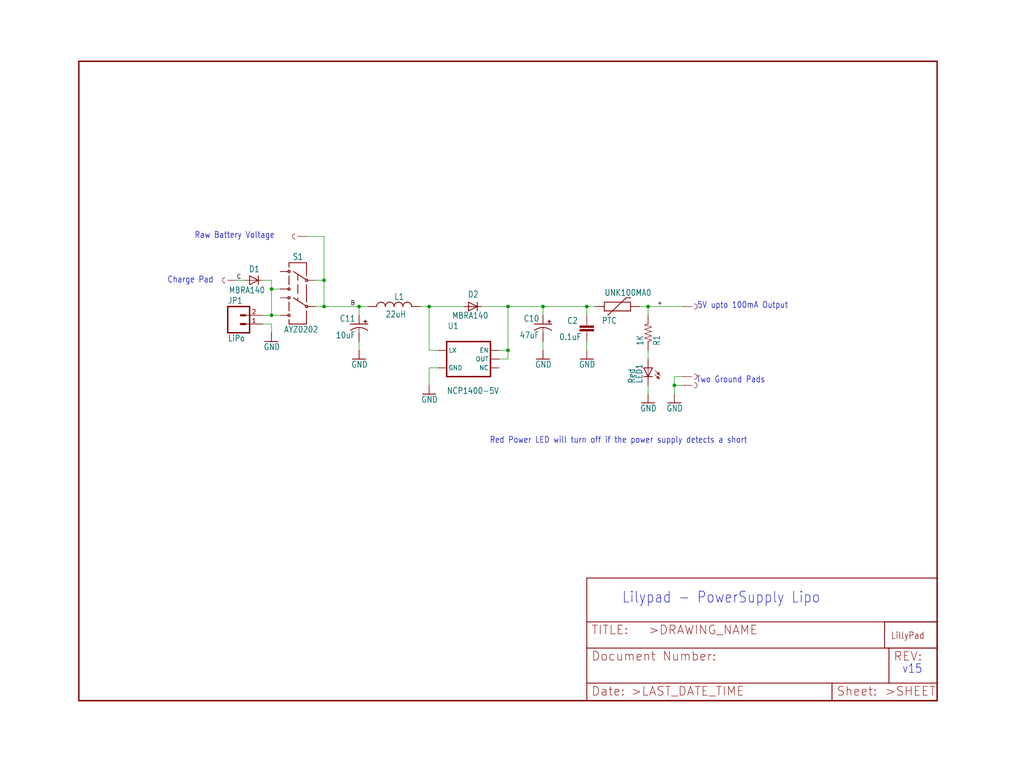
<source format=kicad_sch>
(kicad_sch (version 20211123) (generator eeschema)
  (paper "User" 297.002 223.926)
  (lib_symbols
    (symbol "schematicEagle-eagle-import:AYZ0202"
      (property "Value" "AYZ0202" (at -2.54 -12.7 0))
      (symbol "AYZ0202_1_0"
        (circle (center -2.54 -5.08) (radius 0.3592) (stroke (width 0.254)))
        (circle (center -2.54 2.54) (radius 0.3592) (stroke (width 0.254)))
        (polyline (pts (xy -2.54 -10.16) (xy 2.54 -10.16)) (stroke (width 0.254)))
        (polyline (pts (xy -2.54 -6.35) (xy -2.54 -10.16)) (stroke (width 0.254)))
        (polyline (pts (xy -2.54 1.27) (xy -2.54 -3.81)) (stroke (width 0.254)))
        (polyline (pts (xy -2.54 7.62) (xy -2.54 3.81)) (stroke (width 0.254)))
        (polyline (pts (xy -2.286 -4.826) (xy 1.27 -2.54)) (stroke (width 0.254)))
        (polyline (pts (xy 0 -2.54) (xy 0 -3.302)) (stroke (width 0.254)))
        (polyline (pts (xy 0 1.27) (xy 0 -1.27)) (stroke (width 0.254)))
        (polyline (pts (xy 0 4.064) (xy 0 2.54)) (stroke (width 0.254)))
        (polyline (pts (xy 1.27 5.08) (xy -2.286 2.794)) (stroke (width 0.254)))
        (polyline (pts (xy 2.54 -10.16) (xy 2.54 -8.89)) (stroke (width 0.254)))
        (polyline (pts (xy 2.54 -6.35) (xy 2.54 -3.81)) (stroke (width 0.254)))
        (polyline (pts (xy 2.54 3.81) (xy 2.54 1.27)) (stroke (width 0.254)))
        (polyline (pts (xy 2.54 6.35) (xy 2.54 7.62)) (stroke (width 0.254)))
        (polyline (pts (xy 2.54 7.62) (xy -2.54 7.62)) (stroke (width 0.254)))
        (circle (center 2.54 -7.62) (radius 0.3592) (stroke (width 0.254)))
        (circle (center 2.54 -2.54) (radius 0.3592) (stroke (width 0.254)))
        (circle (center 2.54 0) (radius 0.3592) (stroke (width 0.254)))
        (circle (center 2.54 5.08) (radius 0.3592) (stroke (width 0.254)))
        (pin bidirectional line (at 5.08 0 180) (length 2.54) (name "3") (number "1"))
        (pin bidirectional line (at -5.08 2.54 0) (length 2.54) (name "2") (number "2"))
        (pin bidirectional line (at 5.08 5.08 180) (length 2.54) (name "1") (number "3"))
        (pin bidirectional line (at 5.08 -7.62 180) (length 2.54) (name "6") (number "4"))
        (pin bidirectional line (at -5.08 -5.08 0) (length 2.54) (name "5") (number "5"))
        (pin bidirectional line (at 5.08 -2.54 180) (length 2.54) (name "4") (number "6"))
      )
    )
    (symbol "schematicEagle-eagle-import:CAP0603-CAP"
      (property "Reference" "C" (at 1.524 2.921 0))
      (property "Value" "CAP0603-CAP" (at 1.524 -2.159 0))
      (symbol "CAP0603-CAP_1_0"
        (rectangle (start -2.032 0.508) (end 2.032 1.016) (fill (type outline)))
        (rectangle (start -2.032 1.524) (end 2.032 2.032) (fill (type outline)))
        (polyline (pts (xy 0 0) (xy 0 0.508)) (stroke (width 0.1524)))
        (polyline (pts (xy 0 2.54) (xy 0 2.032)) (stroke (width 0.1524)))
        (pin passive line (at 0 5.08 270) (length 2.54) (name "1") (number "1"))
        (pin passive line (at 0 -2.54 90) (length 2.54) (name "2") (number "2"))
      )
    )
    (symbol "schematicEagle-eagle-import:CAP_POL1206"
      (property "Reference" "C" (at 1.016 0.635 0))
      (property "Value" "CAP_POL1206" (at 1.016 -4.191 0))
      (symbol "CAP_POL1206_1_0"
        (rectangle (start -2.253 0.668) (end -1.364 0.795) (fill (type outline)))
        (rectangle (start -1.872 0.287) (end -1.745 1.176) (fill (type outline)))
        (arc (start 0 -1.0161) (mid -1.3021 -1.2302) (end -2.4669 -1.8504) (stroke (width 0.254)))
        (polyline (pts (xy -2.54 0) (xy 2.54 0)) (stroke (width 0.254)))
        (polyline (pts (xy 0 -1.016) (xy 0 -2.54)) (stroke (width 0.1524)))
        (arc (start 2.4892 -1.8542) (mid 1.3158 -1.2195) (end 0 -1) (stroke (width 0.254)))
        (pin passive line (at 0 2.54 270) (length 2.54) (name "+") (number "A"))
        (pin passive line (at 0 -5.08 90) (length 2.54) (name "-") (number "C"))
      )
    )
    (symbol "schematicEagle-eagle-import:CAP_POL2"
      (property "Reference" "C" (at 1.016 0.635 0))
      (property "Value" "CAP_POL2" (at 1.016 -4.191 0))
      (symbol "CAP_POL2_1_0"
        (rectangle (start -2.253 0.668) (end -1.364 0.795) (fill (type outline)))
        (rectangle (start -1.872 0.287) (end -1.745 1.176) (fill (type outline)))
        (arc (start 0 -1.0161) (mid -1.3021 -1.2302) (end -2.4669 -1.8504) (stroke (width 0.254)))
        (polyline (pts (xy -2.54 0) (xy 2.54 0)) (stroke (width 0.254)))
        (polyline (pts (xy 0 -1.016) (xy 0 -2.54)) (stroke (width 0.1524)))
        (arc (start 2.4892 -1.8542) (mid 1.3158 -1.2195) (end 0 -1) (stroke (width 0.254)))
        (pin passive line (at 0 2.54 270) (length 2.54) (name "+") (number "A"))
        (pin passive line (at 0 -5.08 90) (length 2.54) (name "-") (number "C"))
      )
    )
    (symbol "schematicEagle-eagle-import:DIODESMA"
      (property "Reference" "D" (at 2.54 0.4826 0))
      (property "Value" "DIODESMA" (at 2.54 -2.3114 0))
      (symbol "DIODESMA_1_0"
        (polyline (pts (xy -1.27 -1.27) (xy 1.27 0)) (stroke (width 0.254)))
        (polyline (pts (xy -1.27 1.27) (xy -1.27 -1.27)) (stroke (width 0.254)))
        (polyline (pts (xy 1.27 0) (xy -1.27 1.27)) (stroke (width 0.254)))
        (polyline (pts (xy 1.27 0) (xy 1.27 -1.27)) (stroke (width 0.254)))
        (polyline (pts (xy 1.27 1.27) (xy 1.27 0)) (stroke (width 0.254)))
        (pin passive line (at -2.54 0 0) (length 2.54) (name "A") (number "A"))
        (pin passive line (at 2.54 0 180) (length 2.54) (name "C") (number "C"))
      )
    )
    (symbol "schematicEagle-eagle-import:GND" (power)
      (property "Value" "GND" (at -2.54 -2.54 0))
      (symbol "GND_1_0"
        (polyline (pts (xy -1.905 0) (xy 1.905 0)) (stroke (width 0.254)))
        (pin power_in line (at 0 2.54 270) (length 2.54) (name "GND") (number "1"))
      )
    )
    (symbol "schematicEagle-eagle-import:INDUCTORCR54"
      (property "Value" "INDUCTORCR54" (at 2.54 -6.35 0))
      (symbol "INDUCTORCR54_1_0"
        (arc (start 0 -5.08) (mid 0.898 -4.708) (end 1.27 -3.81) (stroke (width 0.254)))
        (arc (start 0 -2.54) (mid 0.898 -2.168) (end 1.27 -1.27) (stroke (width 0.254)))
        (arc (start 0 0) (mid 0.898 0.372) (end 1.27 1.27) (stroke (width 0.254)))
        (arc (start 0 2.54) (mid 0.898 2.912) (end 1.27 3.81) (stroke (width 0.254)))
        (arc (start 1.27 -3.81) (mid 0.898 -2.912) (end 0 -2.54) (stroke (width 0.254)))
        (arc (start 1.27 -1.27) (mid 0.898 -0.372) (end 0 0) (stroke (width 0.254)))
        (arc (start 1.27 1.27) (mid 0.898 2.168) (end 0 2.54) (stroke (width 0.254)))
        (arc (start 1.27 3.81) (mid 0.898 4.708) (end 0 5.08) (stroke (width 0.254)))
        (pin passive line (at 0 7.62 270) (length 2.54) (name "1") (number "P$1"))
        (pin passive line (at 0 -7.62 90) (length 2.54) (name "2") (number "P$2"))
      )
    )
    (symbol "schematicEagle-eagle-import:LED1206"
      (property "Reference" "LED" (at 3.556 -4.572 90))
      (property "Value" "LED1206" (at 5.715 -4.572 90))
      (symbol "LED1206_1_0"
        (polyline (pts (xy -2.032 -0.762) (xy -3.429 -2.159)) (stroke (width 0.1524)))
        (polyline (pts (xy -1.905 -1.905) (xy -3.302 -3.302)) (stroke (width 0.1524)))
        (polyline (pts (xy 0 -2.54) (xy -1.27 -2.54)) (stroke (width 0.254)))
        (polyline (pts (xy 0 -2.54) (xy -1.27 0)) (stroke (width 0.254)))
        (polyline (pts (xy 0 0) (xy -1.27 0)) (stroke (width 0.254)))
        (polyline (pts (xy 0 0) (xy 0 -2.54)) (stroke (width 0.1524)))
        (polyline (pts (xy 1.27 -2.54) (xy 0 -2.54)) (stroke (width 0.254)))
        (polyline (pts (xy 1.27 0) (xy 0 -2.54)) (stroke (width 0.254)))
        (polyline (pts (xy 1.27 0) (xy 0 0)) (stroke (width 0.254)))
        (polyline (pts (xy -3.429 -2.159) (xy -3.048 -1.27) (xy -2.54 -1.778)) (fill (type outline)))
        (polyline (pts (xy -3.302 -3.302) (xy -2.921 -2.413) (xy -2.413 -2.921)) (fill (type outline)))
        (pin passive line (at 0 2.54 270) (length 2.54) (name "A") (number "A"))
        (pin passive line (at 0 -5.08 90) (length 2.54) (name "C") (number "C"))
      )
    )
    (symbol "schematicEagle-eagle-import:LETTER_L"
      (symbol "LETTER_L_1_0"
        (polyline (pts (xy 0 0) (xy 248.92 0)) (stroke (width 0.4064)))
        (polyline (pts (xy 0 185.42) (xy 0 0)) (stroke (width 0.4064)))
        (polyline (pts (xy 0 185.42) (xy 248.92 185.42)) (stroke (width 0.4064)))
        (polyline (pts (xy 248.92 185.42) (xy 248.92 0)) (stroke (width 0.4064)))
      )
      (symbol "LETTER_L_2_0"
        (polyline (pts (xy 0 0) (xy 0 5.08)) (stroke (width 0.254)))
        (polyline (pts (xy 0 0) (xy 71.12 0)) (stroke (width 0.254)))
        (polyline (pts (xy 0 5.08) (xy 0 15.24)) (stroke (width 0.254)))
        (polyline (pts (xy 0 5.08) (xy 71.12 5.08)) (stroke (width 0.254)))
        (polyline (pts (xy 0 15.24) (xy 0 22.86)) (stroke (width 0.254)))
        (polyline (pts (xy 0 22.86) (xy 0 35.56)) (stroke (width 0.254)))
        (polyline (pts (xy 0 22.86) (xy 101.6 22.86)) (stroke (width 0.254)))
        (polyline (pts (xy 71.12 0) (xy 101.6 0)) (stroke (width 0.254)))
        (polyline (pts (xy 71.12 5.08) (xy 71.12 0)) (stroke (width 0.254)))
        (polyline (pts (xy 71.12 5.08) (xy 87.63 5.08)) (stroke (width 0.254)))
        (polyline (pts (xy 87.63 5.08) (xy 101.6 5.08)) (stroke (width 0.254)))
        (polyline (pts (xy 87.63 15.24) (xy 0 15.24)) (stroke (width 0.254)))
        (polyline (pts (xy 87.63 15.24) (xy 87.63 5.08)) (stroke (width 0.254)))
        (polyline (pts (xy 101.6 5.08) (xy 101.6 0)) (stroke (width 0.254)))
        (polyline (pts (xy 101.6 15.24) (xy 87.63 15.24)) (stroke (width 0.254)))
        (polyline (pts (xy 101.6 15.24) (xy 101.6 5.08)) (stroke (width 0.254)))
        (polyline (pts (xy 101.6 22.86) (xy 101.6 15.24)) (stroke (width 0.254)))
        (polyline (pts (xy 101.6 35.56) (xy 0 35.56)) (stroke (width 0.254)))
        (polyline (pts (xy 101.6 35.56) (xy 101.6 22.86)) (stroke (width 0.254)))
        (text ">DRAWING_NAME" (at 17.78 19.05 0) (effects (font (size 2.54 2.54)) (justify left bottom)))
        (text ">LAST_DATE_TIME" (at 12.7 1.27 0) (effects (font (size 2.54 2.54)) (justify left bottom)))
        (text ">SHEET" (at 86.36 1.27 0) (effects (font (size 2.54 2.54)) (justify left bottom)))
        (text "Date:" (at 1.27 1.27 0) (effects (font (size 2.54 2.54)) (justify left bottom)))
        (text "Document Number:" (at 1.27 11.43 0) (effects (font (size 2.54 2.54)) (justify left bottom)))
        (text "REV:" (at 88.9 11.43 0) (effects (font (size 2.54 2.54)) (justify left bottom)))
        (text "Sheet:" (at 72.39 1.27 0) (effects (font (size 2.54 2.54)) (justify left bottom)))
        (text "TITLE:" (at 1.27 19.05 0) (effects (font (size 2.54 2.54)) (justify left bottom)))
      )
    )
    (symbol "schematicEagle-eagle-import:LOGO-LPLP"
      (symbol "LOGO-LPLP_1_0"
        (polyline (pts (xy -2.54 -2.54) (xy 12.7 -2.54)) (stroke (width 0.254)))
        (polyline (pts (xy -2.54 5.08) (xy -2.54 -2.54)) (stroke (width 0.254)))
        (polyline (pts (xy 12.7 -2.54) (xy 12.7 5.08)) (stroke (width 0.254)))
        (polyline (pts (xy 12.7 5.08) (xy -2.54 5.08)) (stroke (width 0.254)))
        (text "LillyPad" (at -0.762 0 0) (effects (font (size 1.9304 1.6408)) (justify left bottom)))
      )
    )
    (symbol "schematicEagle-eagle-import:M02-JST-2MM-SMT"
      (property "Reference" "JP" (at -2.54 5.842 0))
      (property "Value" "M02-JST-2MM-SMT" (at -2.54 -5.08 0))
      (symbol "M02-JST-2MM-SMT_1_0"
        (polyline (pts (xy -2.54 5.08) (xy -2.54 -2.54)) (stroke (width 0.4064)))
        (polyline (pts (xy -2.54 5.08) (xy 3.81 5.08)) (stroke (width 0.4064)))
        (polyline (pts (xy 1.27 0) (xy 2.54 0)) (stroke (width 0.6096)))
        (polyline (pts (xy 1.27 2.54) (xy 2.54 2.54)) (stroke (width 0.6096)))
        (polyline (pts (xy 3.81 -2.54) (xy -2.54 -2.54)) (stroke (width 0.4064)))
        (polyline (pts (xy 3.81 -2.54) (xy 3.81 5.08)) (stroke (width 0.4064)))
        (pin passive line (at 7.62 0 180) (length 5.08) (name "1") (number "1"))
        (pin passive line (at 7.62 2.54 180) (length 5.08) (name "2") (number "2"))
      )
    )
    (symbol "schematicEagle-eagle-import:PTCSMD"
      (property "Reference" "F" (at -2.54 3.048 0))
      (property "Value" "PTCSMD" (at -3.302 -5.08 0))
      (symbol "PTCSMD_1_0"
        (polyline (pts (xy -2.54 -1.27) (xy -2.54 1.27)) (stroke (width 0.254)))
        (polyline (pts (xy -2.54 1.27) (xy 5.08 1.27)) (stroke (width 0.254)))
        (polyline (pts (xy -1.524 -2.54) (xy 3.81 2.54)) (stroke (width 0.254)))
        (polyline (pts (xy 3.81 2.54) (xy 5.08 2.54)) (stroke (width 0.254)))
        (polyline (pts (xy 5.08 -1.27) (xy -2.54 -1.27)) (stroke (width 0.254)))
        (polyline (pts (xy 5.08 1.27) (xy 5.08 -1.27)) (stroke (width 0.254)))
        (pin bidirectional line (at -5.08 0 0) (length 2.54) (name "1") (number "1"))
        (pin bidirectional line (at 7.62 0 180) (length 2.54) (name "2") (number "2"))
      )
    )
    (symbol "schematicEagle-eagle-import:RESISTOR0603-RES"
      (property "Reference" "R" (at -3.81 1.4986 0))
      (property "Value" "RESISTOR0603-RES" (at -3.81 -3.302 0))
      (symbol "RESISTOR0603-RES_1_0"
        (polyline (pts (xy -2.54 0) (xy -2.159 1.016)) (stroke (width 0.1524)))
        (polyline (pts (xy -2.159 1.016) (xy -1.524 -1.016)) (stroke (width 0.1524)))
        (polyline (pts (xy -1.524 -1.016) (xy -0.889 1.016)) (stroke (width 0.1524)))
        (polyline (pts (xy -0.889 1.016) (xy -0.254 -1.016)) (stroke (width 0.1524)))
        (polyline (pts (xy -0.254 -1.016) (xy 0.381 1.016)) (stroke (width 0.1524)))
        (polyline (pts (xy 0.381 1.016) (xy 1.016 -1.016)) (stroke (width 0.1524)))
        (polyline (pts (xy 1.016 -1.016) (xy 1.651 1.016)) (stroke (width 0.1524)))
        (polyline (pts (xy 1.651 1.016) (xy 2.286 -1.016)) (stroke (width 0.1524)))
        (polyline (pts (xy 2.286 -1.016) (xy 2.54 0)) (stroke (width 0.1524)))
        (pin passive line (at -5.08 0 0) (length 2.54) (name "1") (number "1"))
        (pin passive line (at 5.08 0 180) (length 2.54) (name "2") (number "2"))
      )
    )
    (symbol "schematicEagle-eagle-import:SEWTAP10"
      (symbol "SEWTAP10_1_0"
        (polyline (pts (xy 0 0) (xy -2.54 0)) (stroke (width 0.1524)))
        (arc (start 0.762 -0.762) (mid 1.524 0) (end 0.762 0.762) (stroke (width 0.1524)))
        (pin bidirectional line (at -2.54 0 180) (length 0) (name "1") (number "1"))
      )
    )
    (symbol "schematicEagle-eagle-import:V_REG_NCP1400SOT23-5"
      (property "Reference" "IC" (at -5.08 6.604 0))
      (property "Value" "V_REG_NCP1400SOT23-5" (at -4.826 -8.382 0))
      (symbol "V_REG_NCP1400SOT23-5_1_0"
        (polyline (pts (xy -5.08 -5.08) (xy 7.62 -5.08)) (stroke (width 0.4064)))
        (polyline (pts (xy -5.08 5.08) (xy -5.08 -5.08)) (stroke (width 0.4064)))
        (polyline (pts (xy 7.62 -5.08) (xy 7.62 5.08)) (stroke (width 0.4064)))
        (polyline (pts (xy 7.62 5.08) (xy -5.08 5.08)) (stroke (width 0.4064)))
        (pin input line (at -7.62 2.54 0) (length 2.54) (name "EN") (number "1"))
        (pin passive line (at -7.62 0 0) (length 2.54) (name "OUT") (number "2"))
        (pin input line (at -7.62 -2.54 0) (length 2.54) (name "NC") (number "3"))
        (pin input line (at 10.16 -2.54 180) (length 2.54) (name "GND") (number "4"))
        (pin input line (at 10.16 2.54 180) (length 2.54) (name "LX") (number "5"))
      )
    )
  )
  (junction (at 93.98 88.9))
  (junction (at 93.98 81.28))
  (junction (at 187.96 88.9))
  (junction (at 78.74 91.44))
  (junction (at 157.48 88.9))
  (junction (at 195.58 111.76))
  (junction (at 147.32 101.6))
  (junction (at 104.14 88.9))
  (junction (at 78.74 83.82))
  (junction (at 124.46 88.9))
  (junction (at 170.18 88.9))
  (junction (at 147.32 88.9))
  (wire (pts (xy 127 106.68) (xy 124.46 106.68)))
  (wire (pts (xy 144.78 104.14) (xy 147.32 104.14)))
  (wire (pts (xy 76.2 91.44) (xy 78.74 91.44)))
  (wire (pts (xy 78.74 81.28) (xy 78.74 83.82)))
  (wire (pts (xy 91.44 88.9) (xy 93.98 88.9)))
  (wire (pts (xy 124.46 88.9) (xy 121.92 88.9)))
  (wire (pts (xy 170.18 88.9) (xy 170.18 91.44)))
  (wire (pts (xy 147.32 104.14) (xy 147.32 101.6)))
  (wire (pts (xy 124.46 106.68) (xy 124.46 111.76)))
  (wire (pts (xy 68.58 81.28) (xy 71.12 81.28)))
  (wire (pts (xy 198.12 109.22) (xy 195.58 109.22)))
  (wire (pts (xy 93.98 88.9) (xy 104.14 88.9)))
  (wire (pts (xy 147.32 88.9) (xy 139.7 88.9)))
  (wire (pts (xy 106.68 88.9) (xy 104.14 88.9)))
  (wire (pts (xy 78.74 96.52) (xy 78.74 93.98)))
  (wire (pts (xy 195.58 111.76) (xy 195.58 114.3)))
  (wire (pts (xy 185.42 88.9) (xy 187.96 88.9)))
  (wire (pts (xy 187.96 104.14) (xy 187.96 101.6)))
  (wire (pts (xy 78.74 93.98) (xy 76.2 93.98)))
  (wire (pts (xy 157.48 101.6) (xy 157.48 99.06)))
  (wire (pts (xy 157.48 88.9) (xy 170.18 88.9)))
  (wire (pts (xy 170.18 88.9) (xy 172.72 88.9)))
  (wire (pts (xy 187.96 91.44) (xy 187.96 88.9)))
  (wire (pts (xy 147.32 88.9) (xy 157.48 88.9)))
  (wire (pts (xy 91.44 81.28) (xy 93.98 81.28)))
  (wire (pts (xy 124.46 101.6) (xy 127 101.6)))
  (wire (pts (xy 81.28 91.44) (xy 78.74 91.44)))
  (wire (pts (xy 144.78 101.6) (xy 147.32 101.6)))
  (wire (pts (xy 76.2 81.28) (xy 78.74 81.28)))
  (wire (pts (xy 187.96 114.3) (xy 187.96 111.76)))
  (wire (pts (xy 104.14 101.6) (xy 104.14 99.06)))
  (wire (pts (xy 93.98 81.28) (xy 93.98 88.9)))
  (wire (pts (xy 187.96 88.9) (xy 198.12 88.9)))
  (wire (pts (xy 93.98 68.58) (xy 93.98 81.28)))
  (wire (pts (xy 104.14 88.9) (xy 104.14 91.44)))
  (wire (pts (xy 124.46 101.6) (xy 124.46 88.9)))
  (wire (pts (xy 170.18 101.6) (xy 170.18 99.06)))
  (wire (pts (xy 147.32 101.6) (xy 147.32 88.9)))
  (wire (pts (xy 198.12 111.76) (xy 195.58 111.76)))
  (wire (pts (xy 195.58 109.22) (xy 195.58 111.76)))
  (wire (pts (xy 157.48 88.9) (xy 157.48 91.44)))
  (wire (pts (xy 78.74 91.44) (xy 78.74 83.82)))
  (wire (pts (xy 124.46 88.9) (xy 134.62 88.9)))
  (wire (pts (xy 78.74 83.82) (xy 81.28 83.82)))
  (wire (pts (xy 88.9 68.58) (xy 93.98 68.58)))
  (text "Red Power LED will turn off if the power supply detects a short" (at 141.986 128.778 0) (effects (font (size 1.778 1.5113)) (justify left bottom)))
  (text "Two Ground Pads" (at 201.93 111.252 180) (effects (font (size 1.778 1.5113)) (justify left bottom)))
  (text "v15" (at 261.62 195.58 180) (effects (font (size 2.54 2.159)) (justify left bottom)))
  (text "5V upto 100mA Output" (at 202.184 89.662 180) (effects (font (size 1.778 1.5113)) (justify left bottom)))
  (text "Lilypad - PowerSupply Lipo" (at 180.34 175.26 180) (effects (font (size 3.175 2.6987)) (justify left bottom)))
  (text "Charge Pad" (at 48.514 82.296 180) (effects (font (size 1.778 1.5113)) (justify left bottom)))
  (text "Raw Battery Voltage" (at 56.388 69.342 180) (effects (font (size 1.778 1.5113)) (justify left bottom)))
  (label "+" (at 190.5 88.9 0) (effects (font (size 1.2446 1.2446))))
  (label "B" (at 101.6 88.9 0) (effects (font (size 1.2446 1.2446))))
  (label "C" (at 68.58 81.28 0) (effects (font (size 1.2446 1.2446))))
  (symbol (lib_id "schematicEagle-eagle-import:RESISTOR0603-RES") (at 187.96 96.52 270) (mirror x) (unit 1)
    (property "Reference" "R1" (at 189.4586 100.33 0) (effects (font (size 1.778 1.5113)) (justify left bottom)))
    (property "Value" "1K" (at 184.658 100.33 0) (effects (font (size 1.778 1.5113)) (justify left bottom)))
    (property "Footprint" "schematicEagle:0603-RES" (effects hide))
  )
  (symbol (lib_id "schematicEagle-eagle-import:INDUCTORCR54") (at 114.3 88.9 270) (mirror x) (unit 1)
    (property "Reference" "L1" (at 114.3 85.09 90) (effects (font (size 1.778 1.5113)) (justify left bottom)))
    (property "Value" "22uH" (at 111.76 90.17 90) (effects (font (size 1.778 1.5113)) (justify left bottom)))
    (property "Footprint" "schematicEagle:CR54" (effects hide))
  )
  (symbol (lib_id "schematicEagle-eagle-import:CAP0603-CAP") (at 170.18 96.52 0) (mirror y) (unit 1)
    (property "Reference" "C2" (at 167.64 93.98 0) (effects (font (size 1.778 1.5113)) (justify left bottom)))
    (property "Value" "0.1uF" (at 168.656 98.679 0) (effects (font (size 1.778 1.5113)) (justify left bottom)))
    (property "Footprint" "schematicEagle:0603-CAP" (effects hide))
  )
  (symbol (lib_id "schematicEagle-eagle-import:GND") (at 124.46 114.3 0) (mirror y) (unit 1)
    (property "Reference" "#GND2" (effects hide))
    (property "Value" "GND" (at 127 116.84 0) (effects (font (size 1.778 1.5113)) (justify left bottom)))
    (property "Footprint" "schematicEagle:" (effects hide))
  )
  (symbol (lib_id "schematicEagle-eagle-import:V_REG_NCP1400SOT23-5") (at 137.16 104.14 0) (mirror y) (unit 1)
    (property "Reference" "U1" (at 129.794 95.504 0) (effects (font (size 1.778 1.5113)) (justify right bottom)))
    (property "Value" "NCP1400-5V" (at 129.54 114.3 0) (effects (font (size 1.778 1.5113)) (justify right bottom)))
    (property "Footprint" "schematicEagle:SOT23-5" (effects hide))
  )
  (symbol (lib_id "schematicEagle-eagle-import:SEWTAP10") (at 66.04 81.28 0) (mirror y) (unit 1)
    (property "Reference" "U$2" (effects hide))
    (property "Value" "SEWTAP10" (effects hide))
    (property "Footprint" "schematicEagle:PETAL-LONG-2-2SIDE" (effects hide))
  )
  (symbol (lib_id "schematicEagle-eagle-import:M02-JST-2MM-SMT") (at 68.58 93.98 0) (unit 1)
    (property "Reference" "JP1" (at 66.04 88.138 0) (effects (font (size 1.778 1.5113)) (justify left bottom)))
    (property "Value" "LiPo" (at 66.04 99.06 0) (effects (font (size 1.778 1.5113)) (justify left bottom)))
    (property "Footprint" "schematicEagle:JST-2-SMD" (effects hide))
  )
  (symbol (lib_id "schematicEagle-eagle-import:GND") (at 170.18 104.14 0) (mirror y) (unit 1)
    (property "Reference" "#GND7" (effects hide))
    (property "Value" "GND" (at 172.72 106.68 0) (effects (font (size 1.778 1.5113)) (justify left bottom)))
    (property "Footprint" "schematicEagle:" (effects hide))
  )
  (symbol (lib_id "schematicEagle-eagle-import:LOGO-LPLP") (at 259.08 185.42 0) (unit 1)
    (property "Reference" "U$7" (effects hide))
    (property "Value" "LOGO-LPLP" (effects hide))
    (property "Footprint" "schematicEagle:LOGO-LILYPAD" (effects hide))
  )
  (symbol (lib_id "schematicEagle-eagle-import:DIODESMA") (at 137.16 88.9 0) (mirror x) (unit 1)
    (property "Reference" "D2" (at 135.636 86.36 0) (effects (font (size 1.778 1.5113)) (justify left top)))
    (property "Value" "MBRA140" (at 131.064 92.4814 0) (effects (font (size 1.778 1.5113)) (justify left top)))
    (property "Footprint" "schematicEagle:SMA-DIODE" (effects hide))
  )
  (symbol (lib_id "schematicEagle-eagle-import:SEWTAP10") (at 200.66 111.76 0) (mirror x) (unit 1)
    (property "Reference" "U$5" (effects hide))
    (property "Value" "SEWTAP10" (effects hide))
    (property "Footprint" "schematicEagle:PETAL-LONG-2-2SIDE" (effects hide))
  )
  (symbol (lib_id "schematicEagle-eagle-import:GND") (at 157.48 104.14 0) (mirror y) (unit 1)
    (property "Reference" "#GND12" (effects hide))
    (property "Value" "GND" (at 160.02 106.68 0) (effects (font (size 1.778 1.5113)) (justify left bottom)))
    (property "Footprint" "schematicEagle:" (effects hide))
  )
  (symbol (lib_id "schematicEagle-eagle-import:LETTER_L") (at 170.18 203.2 0) (unit 2)
    (property "Reference" "#FRAME1" (effects hide))
    (property "Value" "LETTER_L" (effects hide))
    (property "Footprint" "schematicEagle:" (effects hide))
  )
  (symbol (lib_id "schematicEagle-eagle-import:CAP_POL1206") (at 104.14 93.98 0) (mirror y) (unit 1)
    (property "Reference" "C11" (at 103.124 93.345 0) (effects (font (size 1.778 1.5113)) (justify left bottom)))
    (property "Value" "10uF" (at 103.124 98.171 0) (effects (font (size 1.778 1.5113)) (justify left bottom)))
    (property "Footprint" "schematicEagle:CPOL_1206" (effects hide))
  )
  (symbol (lib_id "schematicEagle-eagle-import:PTCSMD") (at 177.8 88.9 0) (unit 1)
    (property "Reference" "UNK100MA0" (at 175.26 85.852 0) (effects (font (size 1.778 1.5113)) (justify left bottom)))
    (property "Value" "PTC" (at 174.498 93.98 0) (effects (font (size 1.778 1.5113)) (justify left bottom)))
    (property "Footprint" "schematicEagle:PTC-1206" (effects hide))
  )
  (symbol (lib_id "schematicEagle-eagle-import:LETTER_L") (at 22.86 203.2 0) (unit 1)
    (property "Reference" "#FRAME1" (effects hide))
    (property "Value" "LETTER_L" (effects hide))
    (property "Footprint" "schematicEagle:" (effects hide))
  )
  (symbol (lib_id "schematicEagle-eagle-import:DIODESMA") (at 73.66 81.28 0) (mirror x) (unit 1)
    (property "Reference" "D1" (at 72.136 79.0194 0) (effects (font (size 1.778 1.5113)) (justify left top)))
    (property "Value" "MBRA140" (at 66.294 85.1154 0) (effects (font (size 1.778 1.5113)) (justify left top)))
    (property "Footprint" "schematicEagle:SMA-DIODE" (effects hide))
  )
  (symbol (lib_id "schematicEagle-eagle-import:GND") (at 78.74 99.06 0) (mirror y) (unit 1)
    (property "Reference" "#GND5" (effects hide))
    (property "Value" "GND" (at 81.28 101.6 0) (effects (font (size 1.778 1.5113)) (justify left bottom)))
    (property "Footprint" "schematicEagle:" (effects hide))
  )
  (symbol (lib_id "schematicEagle-eagle-import:CAP_POL2") (at 157.48 93.98 0) (mirror y) (unit 1)
    (property "Reference" "C10" (at 156.464 93.345 0) (effects (font (size 1.778 1.5113)) (justify left bottom)))
    (property "Value" "47uF" (at 156.464 98.171 0) (effects (font (size 1.778 1.5113)) (justify left bottom)))
    (property "Footprint" "schematicEagle:EIA3528-21" (effects hide))
  )
  (symbol (lib_id "schematicEagle-eagle-import:GND") (at 195.58 116.84 0) (mirror y) (unit 1)
    (property "Reference" "#GND4" (effects hide))
    (property "Value" "GND" (at 198.12 119.38 0) (effects (font (size 1.778 1.5113)) (justify left bottom)))
    (property "Footprint" "schematicEagle:" (effects hide))
  )
  (symbol (lib_id "schematicEagle-eagle-import:SEWTAP10") (at 86.36 68.58 0) (mirror y) (unit 1)
    (property "Reference" "U$3" (effects hide))
    (property "Value" "SEWTAP10" (effects hide))
    (property "Footprint" "schematicEagle:PETAL-LONG-2-2SIDE" (effects hide))
  )
  (symbol (lib_id "schematicEagle-eagle-import:AYZ0202") (at 86.36 83.82 0) (mirror y) (unit 1)
    (property "Reference" "S1" (at 84.836 75.438 0) (effects (font (size 1.778 1.5113)) (justify right bottom)))
    (property "Value" "AYZ0202" (at 82.296 96.52 0) (effects (font (size 1.778 1.5113)) (justify right bottom)))
    (property "Footprint" "schematicEagle:AYZ0202" (effects hide))
  )
  (symbol (lib_id "schematicEagle-eagle-import:SEWTAP10") (at 200.66 88.9 0) (mirror x) (unit 1)
    (property "Reference" "U$1" (effects hide))
    (property "Value" "SEWTAP10" (effects hide))
    (property "Footprint" "schematicEagle:PETAL-LONG-2-2SIDE" (effects hide))
  )
  (symbol (lib_id "schematicEagle-eagle-import:GND") (at 104.14 104.14 0) (mirror y) (unit 1)
    (property "Reference" "#GND3" (effects hide))
    (property "Value" "GND" (at 106.68 106.68 0) (effects (font (size 1.778 1.5113)) (justify left bottom)))
    (property "Footprint" "schematicEagle:" (effects hide))
  )
  (symbol (lib_id "schematicEagle-eagle-import:GND") (at 187.96 116.84 0) (mirror y) (unit 1)
    (property "Reference" "#GND1" (effects hide))
    (property "Value" "GND" (at 190.5 119.38 0) (effects (font (size 1.778 1.5113)) (justify left bottom)))
    (property "Footprint" "schematicEagle:" (effects hide))
  )
  (symbol (lib_id "schematicEagle-eagle-import:LED1206") (at 187.96 106.68 0) (mirror y) (unit 1)
    (property "Reference" "LED1" (at 184.404 111.252 90) (effects (font (size 1.778 1.5113)) (justify left bottom)))
    (property "Value" "Red" (at 182.245 111.252 90) (effects (font (size 1.778 1.5113)) (justify left bottom)))
    (property "Footprint" "schematicEagle:LED-1206" (effects hide))
  )
  (symbol (lib_id "schematicEagle-eagle-import:SEWTAP10") (at 200.66 109.22 0) (mirror x) (unit 1)
    (property "Reference" "U$4" (effects hide))
    (property "Value" "SEWTAP10" (effects hide))
    (property "Footprint" "schematicEagle:PETAL-LONG-2-2SIDE" (effects hide))
  )
)
</source>
